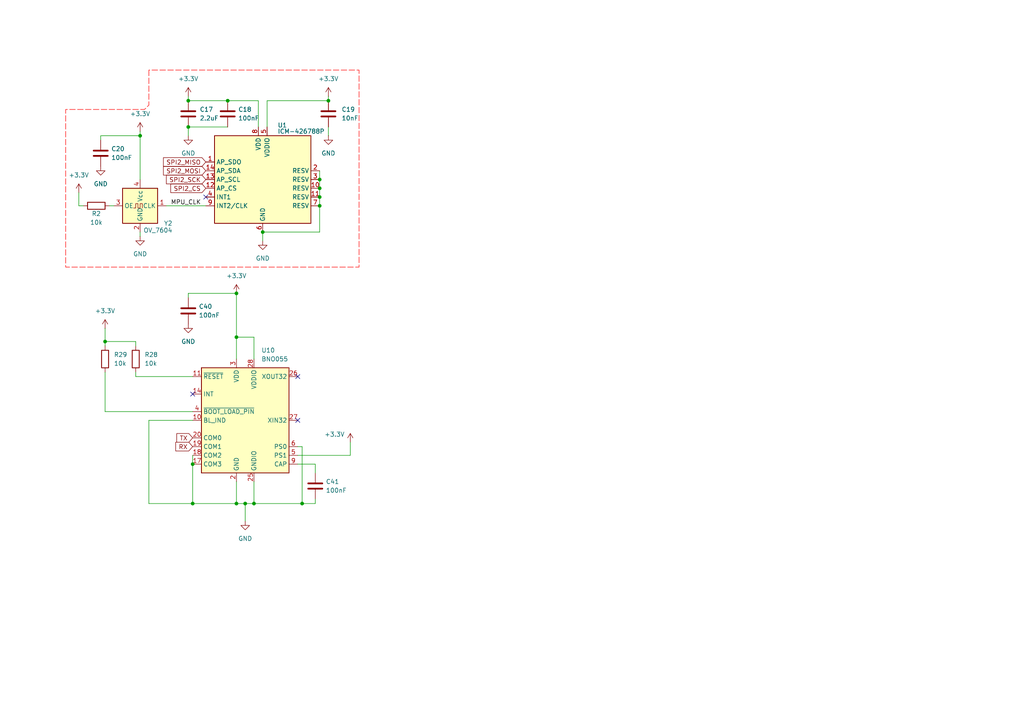
<source format=kicad_sch>
(kicad_sch (version 20250114) (generator "eeschema") (generator_version "9.0")
  (paper "A4")
  (lib_symbols
    (symbol "Device:C" (pin_numbers (hide yes)) (pin_names (offset 0.254))
      (property "Reference" "C" (at 0.635 2.54 0))
      (property "Value" "C" (at 0.635 -2.54 0))
      (symbol "C_0_1"
        (polyline (pts (xy -2.032 0.762) (xy 2.032 0.762)) (stroke (width 0.508)))
        (polyline (pts (xy -2.032 -0.762) (xy 2.032 -0.762)) (stroke (width 0.508)))
      )
      (symbol "C_1_1"
        (pin passive line (at 0 3.81 270) (length 2.794) (name "~") (number "1"))
        (pin passive line (at 0 -3.81 90) (length 2.794) (name "~") (number "2"))
      )
    )
    (symbol "Device:R" (pin_numbers (hide yes)) (pin_names (offset 0))
      (property "Reference" "R" (at 2.032 0 90))
      (property "Value" "R" (at 0 0 90))
      (symbol "R_0_1"
        (rectangle (start -1.016 -2.54) (end 1.016 2.54) (stroke (width 0.254)))
      )
      (symbol "R_1_1"
        (pin passive line (at 0 3.81 270) (length 1.27) (name "~") (number "1"))
        (pin passive line (at 0 -3.81 90) (length 1.27) (name "~") (number "2"))
      )
    )
    (symbol "Oscillator:SG-3030CM"
      (property "Reference" "Y2" (at -8.128 5.588 0))
      (property "Value" "OV_7604" (at -7.874 3.556 0))
      (symbol "SG-3030CM_0_1"
        (rectangle (start -5.08 5.08) (end 5.08 -5.08) (stroke (width 0.254)) (fill (type background)))
        (polyline (pts (xy -1.905 -0.635) (xy -1.27 -0.635) (xy -1.27 0.635) (xy -0.635 0.635) (xy -0.635 -0.635) (xy 0 -0.635) (xy 0 0.635) (xy 0.635 0.635) (xy 0.635 -0.635)))
      )
      (symbol "SG-3030CM_1_1"
        (pin bidirectional line (at -7.62 0 0) (length 2.54) (name "OE") (number "3"))
        (pin power_in line (at 0 7.62 270) (length 2.54) (name "Vcc") (number "4"))
        (pin power_in line (at 0 -7.62 90) (length 2.54) (name "GND") (number "2"))
        (pin output line (at 7.62 0 180) (length 2.54) (name "CLK") (number "1"))
      )
    )
    (symbol "Sensor_Motion:BMI160"
      (property "Reference" "U1" (at 4.318 15.748 0))
      (property "Value" "ICM-426788P" (at 4.318 13.97 0))
      (symbol "BMI160_1_1"
        (rectangle (start -13.97 12.7) (end 13.97 -12.7) (stroke (width 0.254)) (fill (type background)))
        (pin bidirectional line (at -16.51 5.08 0) (length 2.54) (name "AP_SDO") (number "1"))
        (pin bidirectional line (at -16.51 2.54 0) (length 2.54) (name "AP_SDA") (number "14"))
        (pin input line (at -16.51 0 0) (length 2.54) (name "AP_SCL") (number "13"))
        (pin input line (at -16.51 -2.54 0) (length 2.54) (name "AP_CS") (number "12"))
        (pin bidirectional line (at -16.51 -5.08 0) (length 2.54) (name "INT1") (number "4"))
        (pin bidirectional line (at -16.51 -7.62 0) (length 2.54) (name "INT2/CLK") (number "9"))
        (pin power_in line (at -1.27 15.24 270) (length 2.54) (name "VDD") (number "8"))
        (pin power_in line (at 0 -15.24 90) (length 2.54) (name "GND") (number "6"))
        (pin power_in line (at 1.27 15.24 270) (length 2.54) (name "VDDIO") (number "5"))
        (pin bidirectional line (at 16.51 2.54 180) (length 2.54) (name "RESV") (number "2"))
        (pin output line (at 16.51 0 180) (length 2.54) (name "RESV") (number "3"))
        (pin bidirectional line (at 16.51 -2.54 180) (length 2.54) (name "RESV") (number "10"))
        (pin bidirectional line (at 16.51 -5.08 180) (length 2.54) (name "RESV") (number "11"))
        (pin power_in line (at 16.51 -7.62 180) (length 2.54) (name "RESV") (number "7"))
      )
    )
    (symbol "Sensor_Motion:BNO055"
      (property "Reference" "U" (at -11.43 16.51 0))
      (property "Value" "BNO055" (at 12.7 16.51 0))
      (symbol "BNO055_0_1"
        (rectangle (start -12.7 15.24) (end 12.7 -15.24) (stroke (width 0.254)) (fill (type background)))
      )
      (symbol "BNO055_1_1"
        (pin input line (at -15.24 12.7 0) (length 2.54) (name "~{RESET}") (number "11"))
        (pin output line (at -15.24 7.62 0) (length 2.54) (name "INT") (number "14"))
        (pin input line (at -15.24 2.54 0) (length 2.54) (name "~{BOOT_LOAD_PIN}") (number "4"))
        (pin output line (at -15.24 0 0) (length 2.54) (name "BL_IND") (number "10"))
        (pin bidirectional line (at -15.24 -5.08 0) (length 2.54) (name "COM0") (number "20"))
        (pin bidirectional line (at -15.24 -7.62 0) (length 2.54) (name "COM1") (number "19"))
        (pin passive line (at -15.24 -10.16 0) (length 2.54) (name "COM2") (number "18"))
        (pin input line (at -15.24 -12.7 0) (length 2.54) (name "COM3") (number "17"))
        (pin no_connect line (at -12.7 10.16 0) (length 2.54) (hide yes) (name "PIN1") (number "1"))
        (pin no_connect line (at -12.7 5.08 0) (length 2.54) (hide yes) (name "PIN7") (number "7"))
        (pin no_connect line (at -12.7 -2.54 0) (length 2.54) (hide yes) (name "PIN8") (number "8"))
        (pin power_in line (at -2.54 17.78 270) (length 2.54) (name "VDD") (number "3"))
        (pin power_in line (at -2.54 -17.78 90) (length 2.54) (name "GND") (number "2"))
        (pin power_in line (at 2.54 17.78 270) (length 2.54) (name "VDDIO") (number "28"))
        (pin power_in line (at 2.54 -17.78 90) (length 2.54) (name "GNDIO") (number "25"))
        (pin no_connect line (at 5.08 -15.24 90) (length 2.54) (hide yes) (name "PIN15") (number "15"))
        (pin no_connect line (at 7.62 -15.24 90) (length 2.54) (hide yes) (name "PIN16") (number "16"))
        (pin no_connect line (at 12.7 10.16 180) (length 2.54) (hide yes) (name "PIN12") (number "12"))
        (pin no_connect line (at 12.7 7.62 180) (length 2.54) (hide yes) (name "PIN13") (number "13"))
        (pin no_connect line (at 12.7 5.08 180) (length 2.54) (hide yes) (name "PIN21") (number "21"))
        (pin no_connect line (at 12.7 2.54 180) (length 2.54) (hide yes) (name "PIN22") (number "22"))
        (pin no_connect line (at 12.7 -2.54 180) (length 2.54) (hide yes) (name "PIN23") (number "23"))
        (pin no_connect line (at 12.7 -5.08 180) (length 2.54) (hide yes) (name "PIN24") (number "24"))
        (pin output line (at 15.24 12.7 180) (length 2.54) (name "XOUT32") (number "26"))
        (pin input line (at 15.24 0 180) (length 2.54) (name "XIN32") (number "27"))
        (pin input line (at 15.24 -7.62 180) (length 2.54) (name "PS0") (number "6"))
        (pin input line (at 15.24 -10.16 180) (length 2.54) (name "PS1") (number "5"))
        (pin passive line (at 15.24 -12.7 180) (length 2.54) (name "CAP") (number "9"))
      )
    )
    (symbol "power:+3.3V" (power) (pin_numbers (hide yes)) (pin_names (offset 0) (hide yes))
      (property "Value" "+3.3V" (at 0 3.556 0))
      (symbol "+3.3V_0_1"
        (polyline (pts (xy -0.762 1.27) (xy 0 2.54)))
        (polyline (pts (xy 0 2.54) (xy 0.762 1.27)))
        (polyline (pts (xy 0 0) (xy 0 2.54)))
      )
      (symbol "+3.3V_1_1"
        (pin power_in line (at 0 0 90) (length 0) (name "~") (number "1"))
      )
    )
    (symbol "power:GND" (power) (pin_numbers (hide yes)) (pin_names (offset 0) (hide yes))
      (property "Value" "GND" (at 0 -3.81 0))
      (symbol "GND_0_1"
        (polyline (pts (xy 0 0) (xy 0 -1.27) (xy 1.27 -1.27) (xy 0 -2.54) (xy -1.27 -1.27) (xy 0 -1.27)))
      )
      (symbol "GND_1_1"
        (pin power_in line (at 0 0 270) (length 0) (name "~") (number "1"))
      )
    )
  )
  (junction (at 68.58 85.09))
  (junction (at 92.71 57.15))
  (junction (at 92.71 52.07))
  (junction (at 73.66 146.05))
  (junction (at 92.71 54.61))
  (junction (at 87.63 146.05))
  (junction (at 68.58 146.05))
  (junction (at 30.48 99.06))
  (junction (at 76.2 67.31))
  (junction (at 92.71 59.69))
  (junction (at 71.12 146.05))
  (junction (at 55.88 146.05))
  (junction (at 68.58 97.79))
  (junction (at 66.04 29.21))
  (junction (at 54.61 36.83))
  (junction (at 95.25 29.21))
  (junction (at 40.64 39.37))
  (junction (at 54.61 29.21))
  (junction (at 55.88 134.62))
  (no_connect (at 86.36 109.22))
  (no_connect (at 86.36 121.92))
  (no_connect (at 59.69 57.15))
  (no_connect (at 55.88 114.3))
  (wire (pts (xy 55.88 121.92) (xy 43.18 121.92)))
  (wire (pts (xy 73.66 146.05) (xy 73.66 139.7)))
  (wire (pts (xy 29.21 39.37) (xy 40.64 39.37)))
  (wire (pts (xy 73.66 97.79) (xy 73.66 104.14)))
  (wire (pts (xy 30.48 107.95) (xy 30.48 119.38)))
  (wire (pts (xy 55.88 132.08) (xy 55.88 134.62)))
  (wire (pts (xy 43.18 146.05) (xy 55.88 146.05)))
  (wire (pts (xy 40.64 68.58) (xy 40.64 67.31)))
  (wire (pts (xy 87.63 146.05) (xy 91.44 146.05)))
  (wire (pts (xy 95.25 36.83) (xy 95.25 39.37)))
  (wire (pts (xy 22.86 55.88) (xy 22.86 59.69)))
  (wire (pts (xy 31.75 59.69) (xy 33.02 59.69)))
  (wire (pts (xy 68.58 139.7) (xy 68.58 146.05)))
  (wire (pts (xy 39.37 109.22) (xy 55.88 109.22)))
  (wire (pts (xy 92.71 54.61) (xy 92.71 57.15)))
  (wire (pts (xy 86.36 129.54) (xy 87.63 129.54)))
  (wire (pts (xy 95.25 27.94) (xy 95.25 29.21)))
  (wire (pts (xy 55.88 146.05) (xy 68.58 146.05)))
  (wire (pts (xy 29.21 40.64) (xy 29.21 39.37)))
  (wire (pts (xy 54.61 36.83) (xy 66.04 36.83)))
  (wire (pts (xy 92.71 49.53) (xy 92.71 52.07)))
  (wire (pts (xy 68.58 85.09) (xy 68.58 97.79)))
  (wire (pts (xy 87.63 129.54) (xy 87.63 146.05)))
  (wire (pts (xy 92.71 57.15) (xy 92.71 59.69)))
  (wire (pts (xy 40.64 38.1) (xy 40.64 39.37)))
  (wire (pts (xy 86.36 132.08) (xy 101.6 132.08)))
  (wire (pts (xy 71.12 146.05) (xy 71.12 151.13)))
  (wire (pts (xy 86.36 134.62) (xy 91.44 134.62)))
  (wire (pts (xy 74.93 29.21) (xy 74.93 36.83)))
  (wire (pts (xy 30.48 99.06) (xy 30.48 100.33)))
  (wire (pts (xy 22.86 59.69) (xy 24.13 59.69)))
  (wire (pts (xy 39.37 107.95) (xy 39.37 109.22)))
  (wire (pts (xy 66.04 29.21) (xy 74.93 29.21)))
  (wire (pts (xy 77.47 29.21) (xy 95.25 29.21)))
  (wire (pts (xy 55.88 134.62) (xy 55.88 146.05)))
  (wire (pts (xy 68.58 97.79) (xy 68.58 104.14)))
  (wire (pts (xy 39.37 99.06) (xy 39.37 100.33)))
  (wire (pts (xy 92.71 59.69) (xy 92.71 67.31)))
  (wire (pts (xy 77.47 36.83) (xy 77.47 29.21)))
  (wire (pts (xy 54.61 36.83) (xy 54.61 39.37)))
  (wire (pts (xy 54.61 27.94) (xy 54.61 29.21)))
  (wire (pts (xy 68.58 97.79) (xy 73.66 97.79)))
  (wire (pts (xy 48.26 59.69) (xy 59.69 59.69)))
  (wire (pts (xy 92.71 67.31) (xy 76.2 67.31)))
  (wire (pts (xy 40.64 39.37) (xy 40.64 52.07)))
  (wire (pts (xy 30.48 95.25) (xy 30.48 99.06)))
  (wire (pts (xy 71.12 146.05) (xy 73.66 146.05)))
  (wire (pts (xy 54.61 85.09) (xy 54.61 86.36)))
  (wire (pts (xy 30.48 119.38) (xy 55.88 119.38)))
  (wire (pts (xy 73.66 146.05) (xy 87.63 146.05)))
  (wire (pts (xy 39.37 99.06) (xy 30.48 99.06)))
  (wire (pts (xy 68.58 146.05) (xy 71.12 146.05)))
  (wire (pts (xy 91.44 134.62) (xy 91.44 137.16)))
  (wire (pts (xy 54.61 29.21) (xy 66.04 29.21)))
  (wire (pts (xy 76.2 67.31) (xy 76.2 69.85)))
  (wire (pts (xy 101.6 128.27) (xy 101.6 132.08)))
  (wire (pts (xy 68.58 85.09) (xy 54.61 85.09)))
  (wire (pts (xy 92.71 52.07) (xy 92.71 54.61)))
  (wire (pts (xy 91.44 144.78) (xy 91.44 146.05)))
  (wire (pts (xy 43.18 121.92) (xy 43.18 146.05)))
  (label "MPU_CLK" (at 49.53 59.69 0))
  (global_label "RX" (shape input) (at 55.88 129.54 180) (property "Intersheetrefs" "${INTERSHEET_REFS}" (effects (hide yes))))
  (global_label "TX" (shape input) (at 55.88 127 180) (property "Intersheetrefs" "${INTERSHEET_REFS}" (effects (hide yes))))
  (global_label "SPI2_CS" (shape input) (at 59.69 54.61 180) (property "Intersheetrefs" "${INTERSHEET_REFS}" (effects (hide yes))))
  (global_label "SPI2_MOSI" (shape input) (at 59.69 49.53 180) (property "Intersheetrefs" "${INTERSHEET_REFS}" (effects (hide yes))))
  (global_label "SPI2_SCK" (shape input) (at 59.69 52.07 180) (property "Intersheetrefs" "${INTERSHEET_REFS}" (effects (hide yes))))
  (global_label "SPI2_MISO" (shape input) (at 59.69 46.99 180) (property "Intersheetrefs" "${INTERSHEET_REFS}" (effects (hide yes))))
  (rule_area (polyline (pts (xy 43.18 20.32) (xy 43.18 30.48) (xy 41.91 31.75) (xy 19.05 31.75) (xy 19.05 77.47) (xy 104.14 77.47) (xy 104.14 20.32)) (stroke (width 0) (type dash))))
  (symbol (lib_id "Device:R") (at 39.37 104.14 0) (unit 1)
    (property "Reference" "R28" (at 41.91 102.8699 0) (effects (justify left)))
    (property "Value" "10k" (at 41.91 105.4099 0) (effects (justify left)))
    (property "Footprint" "Resistor_SMD:R_0603_1608Metric" (effects (hide yes)))
    (property "Description" "Resistor" (effects (hide yes)))
  )
  (symbol (lib_id "power:GND") (at 95.25 39.37 0) (unit 1)
    (property "Reference" "#PWR022" (effects (hide yes)))
    (property "Value" "GND" (at 95.25 44.45 0))
    (property "Description" "Power symbol creates a global label with name \"GND\" , ground" (effects (hide yes)))
  )
  (symbol (lib_id "power:+3.3V") (at 68.58 85.09 0) (unit 1)
    (property "Reference" "#PWR080" (effects (hide yes)))
    (property "Value" "+3.3V" (at 68.58 80.01 0))
    (property "Description" "Power symbol creates a global label with name \"+3.3V\"" (effects (hide yes)))
  )
  (symbol (lib_id "power:+3.3V") (at 95.25 27.94 0) (unit 1)
    (property "Reference" "#PWR021" (effects (hide yes)))
    (property "Value" "+3.3V" (at 95.25 22.86 0))
    (property "Description" "Power symbol creates a global label with name \"+3.3V\"" (effects (hide yes)))
  )
  (symbol (lib_id "Sensor_Motion:BNO055") (at 71.12 121.92 0) (unit 1)
    (property "Reference" "U10" (at 75.8033 101.6 0) (effects (justify left)))
    (property "Value" "BNO055" (at 75.8033 104.14 0) (effects (justify left)))
    (property "Footprint" "Package_LGA:LGA-28_5.2x3.8mm_P0.5mm" (effects (hide yes)))
    (property "Datasheet" "https://www.bosch-sensortec.com/media/boschsensortec/downloads/datasheets/bst-bno055-ds000.pdf" (effects (hide yes)))
    (property "Description" "Intelligent 9-axis absolute orientation sensor, LGA-28" (effects (hide yes)))
  )
  (symbol (lib_id "power:GND") (at 29.21 48.26 0) (unit 1)
    (property "Reference" "#PWR026" (effects (hide yes)))
    (property "Value" "GND" (at 29.21 53.34 0))
    (property "Description" "Power symbol creates a global label with name \"GND\" , ground" (effects (hide yes)))
  )
  (symbol (lib_id "power:+3.3V") (at 40.64 38.1 0) (unit 1)
    (property "Reference" "#PWR025" (effects (hide yes)))
    (property "Value" "+3.3V" (at 40.64 33.02 0))
    (property "Description" "Power symbol creates a global label with name \"+3.3V\"" (effects (hide yes)))
  )
  (symbol (lib_id "Device:C") (at 66.04 33.02 0) (unit 1)
    (property "Reference" "C18" (at 69.088 31.75 0) (effects (justify left)))
    (property "Value" "100nF" (at 69.088 34.29 0) (effects (justify left)))
    (property "Footprint" "Capacitor_SMD:C_0603_1608Metric" (effects (hide yes)))
    (property "Description" "Unpolarized capacitor" (effects (hide yes)))
  )
  (symbol (lib_id "Device:C") (at 91.44 140.97 0) (unit 1)
    (property "Reference" "C41" (at 94.488 139.7 0) (effects (justify left)))
    (property "Value" "100nF" (at 94.488 142.24 0) (effects (justify left)))
    (property "Footprint" "Capacitor_SMD:C_0603_1608Metric" (effects (hide yes)))
    (property "Description" "Unpolarized capacitor" (effects (hide yes)))
  )
  (symbol (lib_id "Device:C") (at 54.61 90.17 0) (unit 1)
    (property "Reference" "C40" (at 57.658 88.9 0) (effects (justify left)))
    (property "Value" "100nF" (at 57.658 91.44 0) (effects (justify left)))
    (property "Footprint" "Capacitor_SMD:C_0603_1608Metric" (effects (hide yes)))
    (property "Description" "Unpolarized capacitor" (effects (hide yes)))
  )
  (symbol (lib_id "power:+3.3V") (at 30.48 95.25 0) (unit 1)
    (property "Reference" "#PWR085" (effects (hide yes)))
    (property "Value" "+3.3V" (at 30.48 90.17 0))
    (property "Description" "Power symbol creates a global label with name \"+3.3V\"" (effects (hide yes)))
  )
  (symbol (lib_id "power:GND") (at 54.61 39.37 0) (unit 1)
    (property "Reference" "#PWR020" (effects (hide yes)))
    (property "Value" "GND" (at 54.61 44.45 0))
    (property "Description" "Power symbol creates a global label with name \"GND\" , ground" (effects (hide yes)))
  )
  (symbol (lib_id "power:+3.3V") (at 22.86 55.88 0) (unit 1)
    (property "Reference" "#PWR027" (effects (hide yes)))
    (property "Value" "+3.3V" (at 22.86 50.8 0))
    (property "Description" "Power symbol creates a global label with name \"+3.3V\"" (effects (hide yes)))
  )
  (symbol (lib_id "Device:C") (at 29.21 44.45 0) (unit 1)
    (property "Reference" "C20" (at 32.258 43.18 0) (effects (justify left)))
    (property "Value" "100nF" (at 32.258 45.72 0) (effects (justify left)))
    (property "Footprint" "Capacitor_SMD:C_0603_1608Metric" (effects (hide yes)))
    (property "Description" "Unpolarized capacitor" (effects (hide yes)))
  )
  (symbol (lib_id "power:+3.3V") (at 54.61 27.94 0) (unit 1)
    (property "Reference" "#PWR019" (effects (hide yes)))
    (property "Value" "+3.3V" (at 54.61 22.86 0))
    (property "Description" "Power symbol creates a global label with name \"+3.3V\"" (effects (hide yes)))
  )
  (symbol (lib_id "power:GND") (at 76.2 69.85 0) (unit 1)
    (property "Reference" "#PWR023" (effects (hide yes)))
    (property "Value" "GND" (at 76.2 74.93 0))
    (property "Description" "Power symbol creates a global label with name \"GND\" , ground" (effects (hide yes)))
  )
  (symbol (lib_id "Device:R") (at 30.48 104.14 0) (unit 1)
    (property "Reference" "R29" (at 33.02 102.8699 0) (effects (justify left)))
    (property "Value" "10k" (at 33.02 105.4099 0) (effects (justify left)))
    (property "Footprint" "Resistor_SMD:R_0603_1608Metric" (effects (hide yes)))
    (property "Description" "Resistor" (effects (hide yes)))
  )
  (symbol (lib_id "power:+3.3V") (at 101.6 128.27 0) (unit 1)
    (property "Reference" "#PWR084" (effects (hide yes)))
    (property "Value" "+3.3V" (at 97.028 125.984 0))
    (property "Description" "Power symbol creates a global label with name \"+3.3V\"" (effects (hide yes)))
  )
  (symbol (lib_id "power:GND") (at 40.64 68.58 0) (unit 1)
    (property "Reference" "#PWR024" (effects (hide yes)))
    (property "Value" "GND" (at 40.64 73.66 0))
    (property "Description" "Power symbol creates a global label with name \"GND\" , ground" (effects (hide yes)))
  )
  (symbol (lib_id "Device:C") (at 95.25 33.02 0) (unit 1)
    (property "Reference" "C19" (at 99.06 31.7499 0) (effects (justify left)))
    (property "Value" "10nF" (at 99.06 34.2899 0) (effects (justify left)))
    (property "Footprint" "Capacitor_SMD:C_0603_1608Metric" (effects (hide yes)))
    (property "Description" "Unpolarized capacitor" (effects (hide yes)))
  )
  (symbol (lib_id "Oscillator:SG-3030CM") (at 40.64 59.69 0) (unit 1)
    (property "Reference" "Y2" (at 50.038 64.77 0) (effects (justify right)))
    (property "Value" "OV_7604" (at 50.038 66.802 0) (effects (justify right)))
    (property "Footprint" "Oscillator:Oscillator_SMD_SeikoEpson_SG3030CM" (effects (hide yes)))
    (property "Datasheet" "https://support.epson.biz/td/api/doc_check.php?mode=dl&lang=en&Parts=SG-3030CM" (effects (hide yes)))
    (property "Description" "32.768kHz Crystal Oscillator (SPXO)" (effects (hide yes)))
  )
  (symbol (lib_id "power:GND") (at 54.61 93.98 0) (unit 1)
    (property "Reference" "#PWR081" (effects (hide yes)))
    (property "Value" "GND" (at 54.61 99.06 0))
    (property "Description" "Power symbol creates a global label with name \"GND\" , ground" (effects (hide yes)))
  )
  (symbol (lib_id "Device:R") (at 27.94 59.69 90) (unit 1)
    (property "Reference" "R2" (at 27.94 61.976 90))
    (property "Value" "10k" (at 27.94 64.516 90))
    (property "Footprint" "Resistor_SMD:R_0603_1608Metric" (effects (hide yes)))
    (property "Description" "Resistor" (effects (hide yes)))
  )
  (symbol (lib_id "Sensor_Motion:BMI160") (at 76.2 52.07 0) (unit 1)
    (property "Reference" "U1" (at 80.518 36.322 0) (effects (justify left)))
    (property "Value" "ICM-426788P" (at 80.518 38.1 0) (effects (justify left)))
    (property "Footprint" "Package_LGA:Bosch_LGA-14_3x2.5mm_P0.5mm" (effects (hide yes)))
    (property "Datasheet" "https://www.bosch-sensortec.com/media/boschsensortec/downloads/datasheets/bst-bmi160-ds000.pdf" (effects (hide yes)))
    (property "Description" "Small, low power inertial measurement unit, LGA-14" (effects (hide yes)))
  )
  (symbol (lib_id "power:GND") (at 71.12 151.13 0) (unit 1)
    (property "Reference" "#PWR082" (effects (hide yes)))
    (property "Value" "GND" (at 71.12 156.21 0))
    (property "Description" "Power symbol creates a global label with name \"GND\" , ground" (effects (hide yes)))
  )
  (symbol (lib_id "Device:C") (at 54.61 33.02 0) (unit 1)
    (property "Reference" "C17" (at 57.912 31.75 0) (effects (justify left)))
    (property "Value" "2.2uF" (at 57.912 34.29 0) (effects (justify left)))
    (property "Footprint" "Capacitor_SMD:C_0603_1608Metric" (effects (hide yes)))
    (property "Description" "Unpolarized capacitor" (effects (hide yes)))
  )
)
</source>
